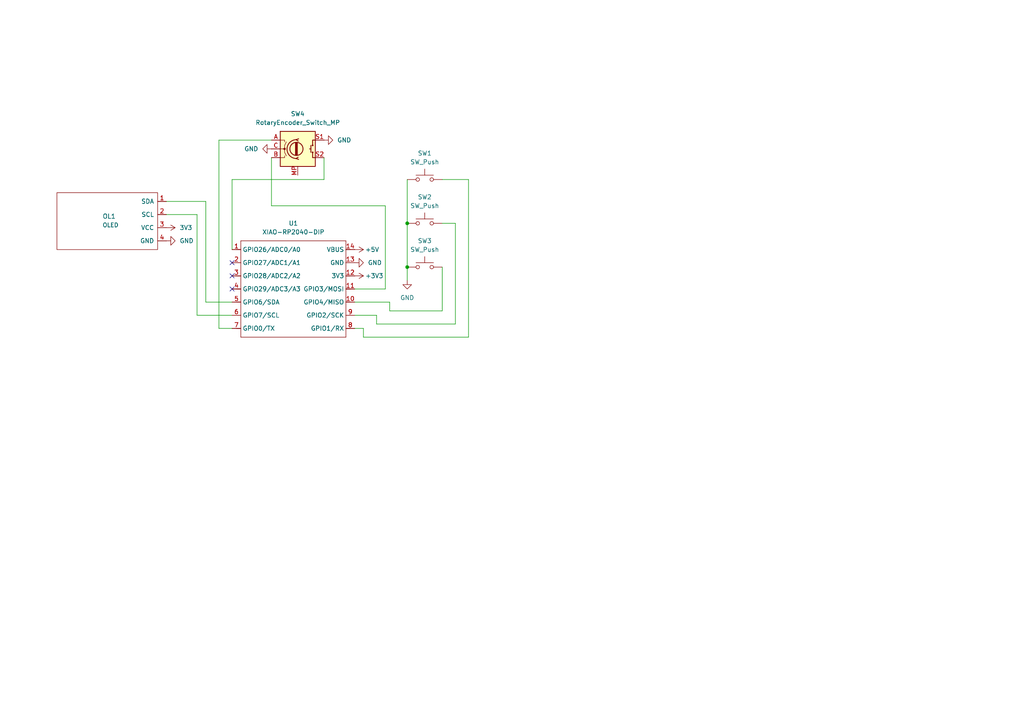
<source format=kicad_sch>
(kicad_sch (version 20250114) (generator "eeschema") (generator_version "9.0")
  (paper "A4")
  (lib_symbols
    (symbol "Device:RotaryEncoder_Switch_MP" (pin_names (offset 0.254) (hide yes))
      (property "Reference" "SW" (at 0 8.89 0))
      (property "Value" "RotaryEncoder_Switch_MP" (at 0 6.35 0))
      (symbol "RotaryEncoder_Switch_MP_0_1"
        (rectangle (start -5.08 5.08) (end 5.08 -5.08) (stroke (width 0.254)) (fill (type background)))
        (polyline (pts (xy -5.08 2.54) (xy -3.81 2.54) (xy -3.81 2.032)))
        (polyline (pts (xy -5.08 0) (xy -3.81 0) (xy -3.81 -1.016) (xy -3.302 -2.032)))
        (polyline (pts (xy -5.08 -2.54) (xy -3.81 -2.54) (xy -3.81 -2.032)))
        (polyline (pts (xy -4.318 0) (xy -3.81 0) (xy -3.81 1.016) (xy -3.302 2.032)))
        (circle (center -3.81 0) (radius 0.254) (fill (type outline)))
        (polyline (pts (xy -0.635 -1.778) (xy -0.635 1.778)) (stroke (width 0.254)))
        (circle (center -0.381 0) (radius 1.905) (stroke (width 0.254)))
        (polyline (pts (xy -0.381 -1.778) (xy -0.381 1.778)) (stroke (width 0.254)))
        (arc (start -0.381 -2.794) (mid -3.0988 -0.0635) (end -0.381 2.667) (stroke (width 0.254)))
        (polyline (pts (xy -0.127 1.778) (xy -0.127 -1.778)) (stroke (width 0.254)))
        (polyline (pts (xy 0.254 2.921) (xy -0.508 2.667) (xy 0.127 2.286)) (stroke (width 0.254)))
        (polyline (pts (xy 0.254 -3.048) (xy -0.508 -2.794) (xy 0.127 -2.413)) (stroke (width 0.254)))
        (polyline (pts (xy 3.81 1.016) (xy 3.81 -1.016)) (stroke (width 0.254)))
        (polyline (pts (xy 3.81 0) (xy 3.429 0)) (stroke (width 0.254)))
        (circle (center 4.318 1.016) (radius 0.127) (stroke (width 0.254)))
        (circle (center 4.318 -1.016) (radius 0.127) (stroke (width 0.254)))
        (polyline (pts (xy 5.08 2.54) (xy 4.318 2.54) (xy 4.318 1.016)) (stroke (width 0.254)))
        (polyline (pts (xy 5.08 -2.54) (xy 4.318 -2.54) (xy 4.318 -1.016)) (stroke (width 0.254)))
      )
      (symbol "RotaryEncoder_Switch_MP_1_1"
        (pin passive line (at -7.62 2.54 0) (length 2.54) (name "A") (number "A"))
        (pin passive line (at -7.62 0 0) (length 2.54) (name "C") (number "C"))
        (pin passive line (at -7.62 -2.54 0) (length 2.54) (name "B") (number "B"))
        (pin passive line (at 0 -7.62 90) (length 2.54) (name "MP") (number "MP"))
        (pin passive line (at 7.62 2.54 180) (length 2.54) (name "S1") (number "S1"))
        (pin passive line (at 7.62 -2.54 180) (length 2.54) (name "S2") (number "S2"))
      )
    )
    (symbol "OLED:OLED" (pin_names (offset 1.016))
      (property "Reference" "OL1" (at -0.762 2.032 0))
      (property "Value" "OLED" (at -0.762 -0.508 0))
      (symbol "OLED_0_1"
        (rectangle (start -13.97 8.89) (end 15.24 -7.62))
      )
      (symbol "OLED_1_1"
        (pin bidirectional line (at 17.78 6.35 180) (length 2.54) (name "SDA") (number "1"))
        (pin bidirectional line (at 17.78 2.54 180) (length 2.54) (name "SCL") (number "2"))
        (pin power_in line (at 17.78 -1.27 180) (length 2.54) (name "VCC") (number "3"))
        (pin power_in line (at 17.78 -5.08 180) (length 2.54) (name "GND") (number "4"))
      )
    )
    (symbol "OPL:XIAO-RP2040-DIP"
      (property "Reference" "U" (at 0 0 0))
      (property "Value" "XIAO-RP2040-DIP" (at 5.334 -1.778 0))
      (symbol "XIAO-RP2040-DIP_1_0"
        (polyline (pts (xy -1.27 -2.54) (xy 29.21 -2.54)) (stroke (width 0.1524)))
        (polyline (pts (xy -1.27 -5.08) (xy -2.54 -5.08)) (stroke (width 0.1524)))
        (polyline (pts (xy -1.27 -5.08) (xy -1.27 -2.54)) (stroke (width 0.1524)))
        (polyline (pts (xy -1.27 -8.89) (xy -2.54 -8.89)) (stroke (width 0.1524)))
        (polyline (pts (xy -1.27 -8.89) (xy -1.27 -5.08)) (stroke (width 0.1524)))
        (polyline (pts (xy -1.27 -12.7) (xy -2.54 -12.7)) (stroke (width 0.1524)))
        (polyline (pts (xy -1.27 -12.7) (xy -1.27 -8.89)) (stroke (width 0.1524)))
        (polyline (pts (xy -1.27 -16.51) (xy -2.54 -16.51)) (stroke (width 0.1524)))
        (polyline (pts (xy -1.27 -16.51) (xy -1.27 -12.7)) (stroke (width 0.1524)))
        (polyline (pts (xy -1.27 -20.32) (xy -2.54 -20.32)) (stroke (width 0.1524)))
        (polyline (pts (xy -1.27 -24.13) (xy -2.54 -24.13)) (stroke (width 0.1524)))
        (polyline (pts (xy -1.27 -27.94) (xy -2.54 -27.94)) (stroke (width 0.1524)))
        (polyline (pts (xy -1.27 -30.48) (xy -1.27 -16.51)) (stroke (width 0.1524)))
        (polyline (pts (xy 29.21 -2.54) (xy 29.21 -5.08)) (stroke (width 0.1524)))
        (polyline (pts (xy 29.21 -5.08) (xy 29.21 -8.89)) (stroke (width 0.1524)))
        (polyline (pts (xy 29.21 -8.89) (xy 29.21 -12.7)) (stroke (width 0.1524)))
        (polyline (pts (xy 29.21 -12.7) (xy 29.21 -30.48)) (stroke (width 0.1524)))
        (polyline (pts (xy 29.21 -30.48) (xy -1.27 -30.48)) (stroke (width 0.1524)))
        (polyline (pts (xy 30.48 -5.08) (xy 29.21 -5.08)) (stroke (width 0.1524)))
        (polyline (pts (xy 30.48 -8.89) (xy 29.21 -8.89)) (stroke (width 0.1524)))
        (polyline (pts (xy 30.48 -12.7) (xy 29.21 -12.7)) (stroke (width 0.1524)))
        (polyline (pts (xy 30.48 -16.51) (xy 29.21 -16.51)) (stroke (width 0.1524)))
        (polyline (pts (xy 30.48 -20.32) (xy 29.21 -20.32)) (stroke (width 0.1524)))
        (polyline (pts (xy 30.48 -24.13) (xy 29.21 -24.13)) (stroke (width 0.1524)))
        (polyline (pts (xy 30.48 -27.94) (xy 29.21 -27.94)) (stroke (width 0.1524)))
        (pin passive line (at -3.81 -5.08 0) (length 2.54) (name "GPIO26/ADC0/A0") (number "1"))
        (pin passive line (at -3.81 -8.89 0) (length 2.54) (name "GPIO27/ADC1/A1") (number "2"))
        (pin passive line (at -3.81 -12.7 0) (length 2.54) (name "GPIO28/ADC2/A2") (number "3"))
        (pin passive line (at -3.81 -16.51 0) (length 2.54) (name "GPIO29/ADC3/A3") (number "4"))
        (pin passive line (at -3.81 -20.32 0) (length 2.54) (name "GPIO6/SDA") (number "5"))
        (pin passive line (at -3.81 -24.13 0) (length 2.54) (name "GPIO7/SCL") (number "6"))
        (pin passive line (at -3.81 -27.94 0) (length 2.54) (name "GPIO0/TX") (number "7"))
        (pin passive line (at 31.75 -5.08 180) (length 2.54) (name "VBUS") (number "14"))
        (pin passive line (at 31.75 -8.89 180) (length 2.54) (name "GND") (number "13"))
        (pin passive line (at 31.75 -12.7 180) (length 2.54) (name "3V3") (number "12"))
        (pin passive line (at 31.75 -16.51 180) (length 2.54) (name "GPIO3/MOSI") (number "11"))
        (pin passive line (at 31.75 -20.32 180) (length 2.54) (name "GPIO4/MISO") (number "10"))
        (pin passive line (at 31.75 -24.13 180) (length 2.54) (name "GPIO2/SCK") (number "9"))
        (pin passive line (at 31.75 -27.94 180) (length 2.54) (name "GPIO1/RX") (number "8"))
      )
    )
    (symbol "Switch:SW_Push" (pin_numbers (hide yes)) (pin_names (offset 1.016) (hide yes))
      (property "Reference" "SW" (at 1.27 2.54 0))
      (property "Value" "SW_Push" (at 0 -1.524 0))
      (symbol "SW_Push_0_1"
        (circle (center -2.032 0) (radius 0.508))
        (polyline (pts (xy 0 1.27) (xy 0 3.048)))
        (circle (center 2.032 0) (radius 0.508))
        (polyline (pts (xy 2.54 1.27) (xy -2.54 1.27)))
        (pin passive line (at -5.08 0 0) (length 2.54) (name "1") (number "1"))
        (pin passive line (at 5.08 0 180) (length 2.54) (name "2") (number "2"))
      )
    )
    (symbol "power:+3V3" (power) (pin_numbers (hide yes)) (pin_names (offset 0) (hide yes))
      (property "Value" "+3V3" (at 0 3.556 0))
      (symbol "+3V3_0_1"
        (polyline (pts (xy -0.762 1.27) (xy 0 2.54)))
        (polyline (pts (xy 0 2.54) (xy 0.762 1.27)))
        (polyline (pts (xy 0 0) (xy 0 2.54)))
      )
      (symbol "+3V3_1_1"
        (pin power_in line (at 0 0 90) (length 0) (name "~") (number "1"))
      )
    )
    (symbol "power:+5V" (power) (pin_numbers (hide yes)) (pin_names (offset 0) (hide yes))
      (property "Value" "+5V" (at 0 3.556 0))
      (symbol "+5V_0_1"
        (polyline (pts (xy -0.762 1.27) (xy 0 2.54)))
        (polyline (pts (xy 0 2.54) (xy 0.762 1.27)))
        (polyline (pts (xy 0 0) (xy 0 2.54)))
      )
      (symbol "+5V_1_1"
        (pin power_in line (at 0 0 90) (length 0) (name "~") (number "1"))
      )
    )
    (symbol "power:GND" (power) (pin_numbers (hide yes)) (pin_names (offset 0) (hide yes))
      (property "Value" "GND" (at 0 -3.81 0))
      (symbol "GND_0_1"
        (polyline (pts (xy 0 0) (xy 0 -1.27) (xy 1.27 -1.27) (xy 0 -2.54) (xy -1.27 -1.27) (xy 0 -1.27)))
      )
      (symbol "GND_1_1"
        (pin power_in line (at 0 0 270) (length 0) (name "~") (number "1"))
      )
    )
    (symbol "power:VCC" (power) (pin_numbers (hide yes)) (pin_names (offset 0) (hide yes))
      (property "Value" "VCC" (at 0 3.556 0))
      (symbol "VCC_0_1"
        (polyline (pts (xy -0.762 1.27) (xy 0 2.54)))
        (polyline (pts (xy 0 2.54) (xy 0.762 1.27)))
        (polyline (pts (xy 0 0) (xy 0 2.54)))
      )
      (symbol "VCC_1_1"
        (pin power_in line (at 0 0 90) (length 0) (name "~") (number "1"))
      )
    )
  )
  (junction (at 118.11 77.47))
  (junction (at 118.11 64.77))
  (no_connect (at 67.31 76.2))
  (no_connect (at 67.31 80.01))
  (no_connect (at 67.31 83.82))
  (wire (pts (xy 93.98 45.72) (xy 93.98 52.07)))
  (wire (pts (xy 63.5 95.25) (xy 67.31 95.25)))
  (wire (pts (xy 111.76 83.82) (xy 102.87 83.82)))
  (wire (pts (xy 113.03 87.63) (xy 113.03 90.17)))
  (wire (pts (xy 57.15 91.44) (xy 67.31 91.44)))
  (wire (pts (xy 132.08 64.77) (xy 132.08 93.98)))
  (wire (pts (xy 59.69 58.42) (xy 59.69 87.63)))
  (wire (pts (xy 109.22 93.98) (xy 132.08 93.98)))
  (wire (pts (xy 78.74 40.64) (xy 63.5 40.64)))
  (wire (pts (xy 109.22 91.44) (xy 109.22 93.98)))
  (wire (pts (xy 132.08 64.77) (xy 128.27 64.77)))
  (wire (pts (xy 128.27 52.07) (xy 135.89 52.07)))
  (wire (pts (xy 78.74 59.69) (xy 111.76 59.69)))
  (wire (pts (xy 102.87 95.25) (xy 105.41 95.25)))
  (wire (pts (xy 48.26 62.23) (xy 57.15 62.23)))
  (wire (pts (xy 118.11 64.77) (xy 118.11 77.47)))
  (wire (pts (xy 113.03 90.17) (xy 128.27 90.17)))
  (wire (pts (xy 118.11 81.28) (xy 118.11 77.47)))
  (wire (pts (xy 118.11 52.07) (xy 118.11 64.77)))
  (wire (pts (xy 57.15 62.23) (xy 57.15 91.44)))
  (wire (pts (xy 67.31 52.07) (xy 67.31 72.39)))
  (wire (pts (xy 105.41 95.25) (xy 105.41 97.79)))
  (wire (pts (xy 93.98 52.07) (xy 67.31 52.07)))
  (wire (pts (xy 78.74 45.72) (xy 78.74 59.69)))
  (wire (pts (xy 59.69 87.63) (xy 67.31 87.63)))
  (wire (pts (xy 63.5 40.64) (xy 63.5 95.25)))
  (wire (pts (xy 102.87 87.63) (xy 113.03 87.63)))
  (wire (pts (xy 135.89 52.07) (xy 135.89 97.79)))
  (wire (pts (xy 128.27 77.47) (xy 128.27 90.17)))
  (wire (pts (xy 102.87 91.44) (xy 109.22 91.44)))
  (wire (pts (xy 111.76 59.69) (xy 111.76 83.82)))
  (wire (pts (xy 105.41 97.79) (xy 135.89 97.79)))
  (wire (pts (xy 48.26 58.42) (xy 59.69 58.42)))
  (symbol (lib_id "Switch:SW_Push") (at 123.19 52.07 0) (unit 1)
    (property "Reference" "SW1" (at 123.19 44.45 0))
    (property "Value" "SW_Push" (at 123.19 46.99 0))
    (property "Footprint" "Button_Switch_Keyboard:SW_Cherry_MX_1.00u_PCB" (effects (hide yes)))
    (property "Description" "Push button switch, generic, two pins" (effects (hide yes)))
  )
  (symbol (lib_id "power:GND") (at 78.74 43.18 270) (unit 1)
    (property "Reference" "#PWR06" (effects (hide yes)))
    (property "Value" "GND" (at 74.93 43.1799 90) (effects (justify right)))
    (property "Description" "Power symbol creates a global label with name \"GND\" , ground" (effects (hide yes)))
  )
  (symbol (lib_id "power:+3V3") (at 102.87 80.01 270) (unit 1)
    (property "Reference" "#PWR03" (effects (hide yes)))
    (property "Value" "+3V3" (at 105.918 80.01 90) (effects (justify left)))
    (property "Description" "Power symbol creates a global label with name \"+3V3\"" (effects (hide yes)))
  )
  (symbol (lib_id "power:GND") (at 118.11 81.28 0) (unit 1)
    (property "Reference" "#PWR05" (effects (hide yes)))
    (property "Value" "GND" (at 118.11 86.36 0))
    (property "Description" "Power symbol creates a global label with name \"GND\" , ground" (effects (hide yes)))
  )
  (symbol (lib_id "power:GND") (at 48.26 69.85 90) (unit 1)
    (property "Reference" "#PWR01" (effects (hide yes)))
    (property "Value" "GND" (at 52.07 69.8499 90) (effects (justify right)))
    (property "Description" "Power symbol creates a global label with name \"GND\" , ground" (effects (hide yes)))
  )
  (symbol (lib_id "power:GND") (at 93.98 40.64 90) (unit 1)
    (property "Reference" "#PWR07" (effects (hide yes)))
    (property "Value" "GND" (at 97.79 40.6399 90) (effects (justify right)))
    (property "Description" "Power symbol creates a global label with name \"GND\" , ground" (effects (hide yes)))
  )
  (symbol (lib_id "power:+5V") (at 102.87 72.39 270) (mirror x) (unit 1)
    (property "Reference" "#PWR02" (effects (hide yes)))
    (property "Value" "+5V" (at 107.95 72.39 90))
    (property "Description" "Power symbol creates a global label with name \"+5V\"" (effects (hide yes)))
  )
  (symbol (lib_id "Switch:SW_Push") (at 123.19 77.47 0) (unit 1)
    (property "Reference" "SW3" (at 123.19 69.85 0))
    (property "Value" "SW_Push" (at 123.19 72.39 0))
    (property "Footprint" "Button_Switch_Keyboard:SW_Cherry_MX_1.00u_PCB" (effects (hide yes)))
    (property "Description" "Push button switch, generic, two pins" (effects (hide yes)))
  )
  (symbol (lib_id "power:GND") (at 102.87 76.2 90) (unit 1)
    (property "Reference" "#PWR04" (effects (hide yes)))
    (property "Value" "GND" (at 106.68 76.1999 90) (effects (justify right)))
    (property "Description" "Power symbol creates a global label with name \"GND\" , ground" (effects (hide yes)))
  )
  (symbol (lib_id "Device:RotaryEncoder_Switch_MP") (at 86.36 43.18 0) (unit 1)
    (property "Reference" "SW4" (at 86.36 33.02 0))
    (property "Value" "RotaryEncoder_Switch_MP" (at 86.36 35.56 0))
    (property "Footprint" "Rotary_Encoder:RotaryEncoder_Alps_EC11E-Switch_Vertical_H20mm" (effects (hide yes)))
    (property "Description" "Rotary encoder, dual channel, incremental quadrate outputs, with switch and MP Pin" (effects (hide yes)))
  )
  (symbol (lib_id "OLED:OLED") (at 30.48 64.77 0) (unit 1)
    (property "Reference" "OL1" (at 29.718 62.738 0) (effects (font (size 1.2954 1.2954)) (justify left)))
    (property "Value" "OLED" (at 29.718 65.278 0) (effects (font (size 1.1938 1.1938)) (justify left)))
    (property "Footprint" "SSD1306:SSD1306-0.91-OLED-4pin-128x32" (effects (hide yes)))
  )
  (symbol (lib_id "power:VCC") (at 48.26 66.04 270) (unit 1)
    (property "Reference" "#PWR08" (effects (hide yes)))
    (property "Value" "3V3" (at 52.07 66.0399 90) (effects (justify left)))
    (property "Description" "Power symbol creates a global label with name \"VCC\"" (effects (hide yes)))
  )
  (symbol (lib_id "OPL:XIAO-RP2040-DIP") (at 71.12 67.31 0) (unit 1)
    (property "Reference" "U1" (at 85.09 64.77 0))
    (property "Value" "XIAO-RP2040-DIP" (at 85.09 67.31 0))
    (property "Footprint" "OPL:XIAO-RP2040-DIP" (effects (hide yes)))
  )
  (symbol (lib_id "Switch:SW_Push") (at 123.19 64.77 0) (unit 1)
    (property "Reference" "SW2" (at 123.19 57.15 0))
    (property "Value" "SW_Push" (at 123.19 59.69 0))
    (property "Footprint" "Button_Switch_Keyboard:SW_Cherry_MX_1.00u_PCB" (effects (hide yes)))
    (property "Description" "Push button switch, generic, two pins" (effects (hide yes)))
  )
)
</source>
